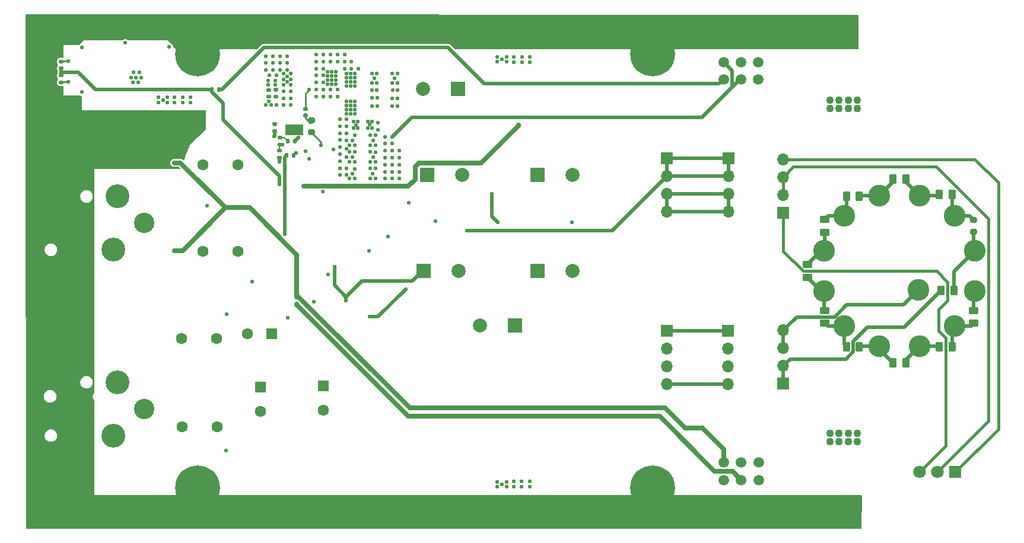
<source format=gbr>
%TF.GenerationSoftware,KiCad,Pcbnew,8.0.1*%
%TF.CreationDate,2024-11-27T15:43:16-06:00*%
%TF.ProjectId,XAmplifier,58416d70-6c69-4666-9965-722e6b696361,rev?*%
%TF.SameCoordinates,Original*%
%TF.FileFunction,Copper,L4,Bot*%
%TF.FilePolarity,Positive*%
%FSLAX46Y46*%
G04 Gerber Fmt 4.6, Leading zero omitted, Abs format (unit mm)*
G04 Created by KiCad (PCBNEW 8.0.1) date 2024-11-27 15:43:16*
%MOMM*%
%LPD*%
G01*
G04 APERTURE LIST*
G04 Aperture macros list*
%AMRoundRect*
0 Rectangle with rounded corners*
0 $1 Rounding radius*
0 $2 $3 $4 $5 $6 $7 $8 $9 X,Y pos of 4 corners*
0 Add a 4 corners polygon primitive as box body*
4,1,4,$2,$3,$4,$5,$6,$7,$8,$9,$2,$3,0*
0 Add four circle primitives for the rounded corners*
1,1,$1+$1,$2,$3*
1,1,$1+$1,$4,$5*
1,1,$1+$1,$6,$7*
1,1,$1+$1,$8,$9*
0 Add four rect primitives between the rounded corners*
20,1,$1+$1,$2,$3,$4,$5,0*
20,1,$1+$1,$4,$5,$6,$7,0*
20,1,$1+$1,$6,$7,$8,$9,0*
20,1,$1+$1,$8,$9,$2,$3,0*%
G04 Aperture macros list end*
%TA.AperFunction,SMDPad,CuDef*%
%ADD10RoundRect,0.135000X-0.135000X-0.185000X0.135000X-0.185000X0.135000X0.185000X-0.135000X0.185000X0*%
%TD*%
%TA.AperFunction,SMDPad,CuDef*%
%ADD11RoundRect,0.135000X0.185000X-0.135000X0.185000X0.135000X-0.185000X0.135000X-0.185000X-0.135000X0*%
%TD*%
%TA.AperFunction,SMDPad,CuDef*%
%ADD12RoundRect,0.200000X-0.275000X0.200000X-0.275000X-0.200000X0.275000X-0.200000X0.275000X0.200000X0*%
%TD*%
%TA.AperFunction,ComponentPad*%
%ADD13C,2.000000*%
%TD*%
%TA.AperFunction,ComponentPad*%
%ADD14R,2.000000X2.000000*%
%TD*%
%TA.AperFunction,ComponentPad*%
%ADD15C,1.600000*%
%TD*%
%TA.AperFunction,ComponentPad*%
%ADD16R,1.600000X1.600000*%
%TD*%
%TA.AperFunction,ComponentPad*%
%ADD17C,1.498600*%
%TD*%
%TA.AperFunction,SMDPad,CuDef*%
%ADD18RoundRect,0.140000X-0.170000X0.140000X-0.170000X-0.140000X0.170000X-0.140000X0.170000X0.140000X0*%
%TD*%
%TA.AperFunction,ComponentPad*%
%ADD19C,6.400000*%
%TD*%
%TA.AperFunction,ComponentPad*%
%ADD20C,1.800000*%
%TD*%
%TA.AperFunction,ComponentPad*%
%ADD21R,1.800000X1.800000*%
%TD*%
%TA.AperFunction,ComponentPad*%
%ADD22C,3.098800*%
%TD*%
%TA.AperFunction,ComponentPad*%
%ADD23O,1.800000X1.000000*%
%TD*%
%TA.AperFunction,ComponentPad*%
%ADD24O,2.100000X1.000000*%
%TD*%
%TA.AperFunction,ComponentPad*%
%ADD25C,2.900000*%
%TD*%
%TA.AperFunction,ComponentPad*%
%ADD26C,3.400000*%
%TD*%
%TA.AperFunction,HeatsinkPad*%
%ADD27C,0.500000*%
%TD*%
%TA.AperFunction,HeatsinkPad*%
%ADD28R,2.500000X1.500000*%
%TD*%
%TA.AperFunction,ComponentPad*%
%ADD29R,1.700000X1.700000*%
%TD*%
%TA.AperFunction,ComponentPad*%
%ADD30O,1.700000X1.700000*%
%TD*%
%TA.AperFunction,SMDPad,CuDef*%
%ADD31RoundRect,0.250000X0.450000X-0.262500X0.450000X0.262500X-0.450000X0.262500X-0.450000X-0.262500X0*%
%TD*%
%TA.AperFunction,SMDPad,CuDef*%
%ADD32RoundRect,0.250000X0.262500X0.450000X-0.262500X0.450000X-0.262500X-0.450000X0.262500X-0.450000X0*%
%TD*%
%TA.AperFunction,SMDPad,CuDef*%
%ADD33RoundRect,0.250000X-0.450000X0.262500X-0.450000X-0.262500X0.450000X-0.262500X0.450000X0.262500X0*%
%TD*%
%TA.AperFunction,SMDPad,CuDef*%
%ADD34RoundRect,0.250000X-0.262500X-0.450000X0.262500X-0.450000X0.262500X0.450000X-0.262500X0.450000X0*%
%TD*%
%TA.AperFunction,SMDPad,CuDef*%
%ADD35RoundRect,0.200000X0.275000X-0.200000X0.275000X0.200000X-0.275000X0.200000X-0.275000X-0.200000X0*%
%TD*%
%TA.AperFunction,SMDPad,CuDef*%
%ADD36RoundRect,0.140000X0.140000X0.170000X-0.140000X0.170000X-0.140000X-0.170000X0.140000X-0.170000X0*%
%TD*%
%TA.AperFunction,SMDPad,CuDef*%
%ADD37RoundRect,0.140000X0.170000X-0.140000X0.170000X0.140000X-0.170000X0.140000X-0.170000X-0.140000X0*%
%TD*%
%TA.AperFunction,SMDPad,CuDef*%
%ADD38RoundRect,0.140000X-0.140000X-0.170000X0.140000X-0.170000X0.140000X0.170000X-0.140000X0.170000X0*%
%TD*%
%TA.AperFunction,ViaPad*%
%ADD39C,0.564200*%
%TD*%
%TA.AperFunction,ViaPad*%
%ADD40C,1.100000*%
%TD*%
%TA.AperFunction,Conductor*%
%ADD41C,0.508000*%
%TD*%
%TA.AperFunction,Conductor*%
%ADD42C,0.254000*%
%TD*%
%TA.AperFunction,Conductor*%
%ADD43C,0.635000*%
%TD*%
%TA.AperFunction,Conductor*%
%ADD44C,0.203200*%
%TD*%
%TA.AperFunction,Conductor*%
%ADD45C,0.381000*%
%TD*%
%TA.AperFunction,Conductor*%
%ADD46C,0.154000*%
%TD*%
G04 APERTURE END LIST*
D10*
%TO.P,R439,1*%
%TO.N,/Hardware & IO Connectors/USB_CC_R*%
X101740000Y-74268000D03*
%TO.P,R439,2*%
%TO.N,/Hardware & IO Connectors/USB_CC_SW*%
X102760000Y-74268000D03*
%TD*%
D11*
%TO.P,R400,1*%
%TO.N,/Phantom Power Management/+48V_PH_R*%
X113899191Y-104933480D03*
%TO.P,R400,2*%
%TO.N,/Input Gating/+48V_PH*%
X113899191Y-103913480D03*
%TD*%
D12*
%TO.P,R443,1*%
%TO.N,/48V Regulator/+48V_SNS*%
X115950000Y-78675000D03*
%TO.P,R443,2*%
%TO.N,/48V Regulator/+48V_G_R*%
X115950000Y-80325000D03*
%TD*%
D13*
%TO.P,C412,2*%
%TO.N,Net-(D413-A)*%
X140000000Y-108000000D03*
D14*
%TO.P,C412,1*%
%TO.N,/Amplifier/RG1*%
X145000000Y-108000000D03*
%TD*%
%TO.P,C401,1*%
%TO.N,/Phantom Power Management/+48V_FLT*%
X132502323Y-86500000D03*
D13*
%TO.P,C401,2*%
%TO.N,/Phantom Power Management/+48V_FLT_N*%
X137502323Y-86500000D03*
%TD*%
%TO.P,C403,2*%
%TO.N,GND*%
X131897677Y-74190000D03*
D14*
%TO.P,C403,1*%
%TO.N,/Phantom Power Management/+48V_PH_SW*%
X136897677Y-74190000D03*
%TD*%
%TO.P,C406,1*%
%TO.N,/Phantom Power Management/+35V_AMP_G*%
X148252323Y-100210000D03*
D13*
%TO.P,C406,2*%
%TO.N,GND*%
X153252323Y-100210000D03*
%TD*%
D15*
%TO.P,C414,2*%
%TO.N,/Amplifier/AMP_OUT_FLT-*%
X108680000Y-120250000D03*
D16*
%TO.P,C414,1*%
%TO.N,/Amplifier/AMP_OUT-*%
X108680000Y-116750000D03*
%TD*%
D17*
%TO.P,SW400,6,C*%
%TO.N,/Input Gating/+48V_PH*%
X174802509Y-127548923D03*
%TO.P,SW400,5,B*%
%TO.N,/Phantom Power Management/+48V_PH_SW*%
X177291709Y-127548923D03*
%TO.P,SW400,4,A*%
%TO.N,Net-(SW400B-A)*%
X179780909Y-127548923D03*
%TO.P,SW400,3,C*%
%TO.N,/Phantom Power Management/+48V_PH_SW_R*%
X174802509Y-130038123D03*
%TO.P,SW400,2,B*%
%TO.N,/Phantom Power Management/+48V_PH_R*%
X177291709Y-130038123D03*
%TO.P,SW400,1,A*%
%TO.N,unconnected-(SW400A-A-Pad1)*%
X179780909Y-130038123D03*
%TD*%
D15*
%TO.P,C407,1*%
%TO.N,/Hardware & IO Connectors/XLR In+*%
X100500000Y-85000000D03*
%TO.P,C407,2*%
%TO.N,/Input Gating/In+_R*%
X105500000Y-85000000D03*
%TD*%
D18*
%TO.P,C424,2*%
%TO.N,GND1*%
X109860000Y-75274274D03*
%TO.P,C424,1*%
%TO.N,+5V_USB*%
X109860000Y-74314274D03*
%TD*%
D19*
%TO.P,MH402,1,1*%
%TO.N,Earth*%
X99680000Y-131200000D03*
%TD*%
%TO.P,MH400,1,1*%
%TO.N,Earth*%
X99680000Y-69200000D03*
%TD*%
D20*
%TO.P,D404,3,A2*%
%TO.N,/Phantom Power Management/PH_LED_GR_R*%
X202800000Y-128860000D03*
%TO.P,D404,2,K*%
%TO.N,/Phantom Power Management/GND_R*%
X205340000Y-128860000D03*
D21*
%TO.P,D404,1,A1*%
%TO.N,/Phantom Power Management/PH_LED_RED_R*%
X207880000Y-128860000D03*
%TD*%
D22*
%TO.P,SW403,A,A*%
%TO.N,/Amplifier/RG2_R*%
X202605418Y-102909437D03*
%TO.P,SW403,12,12*%
%TO.N,Net-(R421-Pad1)*%
X210603878Y-97308737D03*
%TO.P,SW403,11,11*%
%TO.N,Net-(R420-Pad1)*%
X207731138Y-92332877D03*
%TO.P,SW403,10,10*%
%TO.N,Net-(R419-Pad1)*%
X202755278Y-89460137D03*
%TO.P,SW403,9,9*%
%TO.N,Net-(R418-Pad1)*%
X197004718Y-89460137D03*
%TO.P,SW403,8,8*%
%TO.N,Net-(R417-Pad1)*%
X192028858Y-92332877D03*
%TO.P,SW403,7,7*%
%TO.N,Net-(R416-Pad1)*%
X189156118Y-97308737D03*
%TO.P,SW403,6,6*%
%TO.N,Net-(R415-Pad1)*%
X189156118Y-103059297D03*
%TO.P,SW403,5,5*%
%TO.N,Net-(R414-Pad1)*%
X192028858Y-108035157D03*
%TO.P,SW403,4,4*%
%TO.N,Net-(R413-Pad1)*%
X197004718Y-110907897D03*
%TO.P,SW403,3,3*%
%TO.N,Net-(R412-Pad1)*%
X202755278Y-110907897D03*
%TO.P,SW403,2,2*%
%TO.N,Net-(R411-Pad1)*%
X207731138Y-108035157D03*
%TO.P,SW403,1,1*%
%TO.N,Net-(R411-Pad2)*%
X210603878Y-103059297D03*
%TD*%
D13*
%TO.P,C402,2*%
%TO.N,GND*%
X153252323Y-86500000D03*
D14*
%TO.P,C402,1*%
%TO.N,/Phantom Power Management/+48V_PH_G*%
X148252323Y-86500000D03*
%TD*%
D15*
%TO.P,C408,1*%
%TO.N,/Hardware & IO Connectors/XLR In-*%
X100500000Y-97400000D03*
%TO.P,C408,2*%
%TO.N,/Input Gating/In-_R*%
X105500000Y-97400000D03*
%TD*%
%TO.P,C413,2*%
%TO.N,/Amplifier/AMP_OUT_FLT+*%
X117680000Y-120097349D03*
D16*
%TO.P,C413,1*%
%TO.N,/Amplifier/AMP_OUT+*%
X117680000Y-116597349D03*
%TD*%
D15*
%TO.P,C416,1*%
%TO.N,/Amplifier/Line Out+*%
X97460000Y-109830000D03*
%TO.P,C416,2*%
%TO.N,GND*%
X102460000Y-109830000D03*
%TD*%
D18*
%TO.P,C423,2*%
%TO.N,GND1*%
X110870000Y-75270000D03*
%TO.P,C423,1*%
%TO.N,+5V_USB*%
X110870000Y-74310000D03*
%TD*%
D23*
%TO.P,J409,S1,SHIELD*%
%TO.N,Earth*%
X77435000Y-75770000D03*
D24*
X81635000Y-75770000D03*
D23*
X77435000Y-67130000D03*
D24*
X81635000Y-67130000D03*
%TD*%
D17*
%TO.P,SW404,1,A*%
%TO.N,unconnected-(SW404A-A-Pad1)*%
X179768785Y-72839200D03*
%TO.P,SW404,2,B*%
%TO.N,GND1*%
X177279585Y-72839200D03*
%TO.P,SW404,3,C*%
%TO.N,/Hardware & IO Connectors/USB_CC_SW*%
X174790385Y-72839200D03*
%TO.P,SW404,4,A*%
%TO.N,/Hardware & IO Connectors/USB_PWR*%
X179768785Y-70350000D03*
%TO.P,SW404,5,B*%
%TO.N,/Hardware & IO Connectors/USB_SW*%
X177279585Y-70350000D03*
%TO.P,SW404,6,C*%
%TO.N,GND1*%
X174790385Y-70350000D03*
%TD*%
D19*
%TO.P,MH401,1,1*%
%TO.N,Earth*%
X164680000Y-69200000D03*
%TD*%
D25*
%TO.P,J406,G*%
%TO.N,Earth*%
X81960000Y-128140000D03*
%TO.P,J406,3*%
%TO.N,/Amplifier/Line Out-*%
X92130000Y-119890000D03*
D26*
%TO.P,J406,2*%
%TO.N,/Amplifier/Line Out+*%
X88315000Y-116080000D03*
%TO.P,J406,1*%
%TO.N,GND*%
X87680000Y-123700000D03*
%TD*%
D19*
%TO.P,MH403,1,1*%
%TO.N,Earth*%
X164680000Y-131200000D03*
%TD*%
D15*
%TO.P,C415,1*%
%TO.N,/Amplifier/Line Out-*%
X97485000Y-122430000D03*
%TO.P,C415,2*%
%TO.N,GND*%
X102485000Y-122430000D03*
%TD*%
D27*
%TO.P,U401,13,GND*%
%TO.N,GND1*%
X114481101Y-79512999D03*
X113481101Y-79512999D03*
X112481101Y-79512999D03*
D28*
X113481101Y-80012999D03*
D27*
X114481101Y-80512999D03*
X113481101Y-80512999D03*
X112481101Y-80512999D03*
%TD*%
D25*
%TO.P,J407,G*%
%TO.N,Earth*%
X81960000Y-101600000D03*
%TO.P,J407,3*%
%TO.N,/Hardware & IO Connectors/XLR In-*%
X92130000Y-93350000D03*
D26*
%TO.P,J407,2*%
%TO.N,/Hardware & IO Connectors/XLR In+*%
X88315000Y-89540000D03*
%TO.P,J407,1*%
%TO.N,GND*%
X87680000Y-97160000D03*
%TD*%
D14*
%TO.P,C404,1*%
%TO.N,/Amplifier/+35V_AMP*%
X132000000Y-100210000D03*
D13*
%TO.P,C404,2*%
%TO.N,GND*%
X137000000Y-100210000D03*
%TD*%
D15*
%TO.P,C417,2*%
%TO.N,GND*%
X106832651Y-109160000D03*
D16*
%TO.P,C417,1*%
%TO.N,/Amplifier/AMP_OUT-*%
X110332651Y-109160000D03*
%TD*%
D29*
%TO.P,J405,1,Pin_1*%
%TO.N,/Amplifier/RG2*%
X175477804Y-84101463D03*
D30*
%TO.P,J405,2,Pin_2*%
X175477804Y-86641463D03*
%TO.P,J405,3,Pin_3*%
%TO.N,/Amplifier/RG1*%
X175477804Y-89181463D03*
%TO.P,J405,4,Pin_4*%
X175477804Y-91721463D03*
%TD*%
D31*
%TO.P,R411,1*%
%TO.N,Net-(R411-Pad1)*%
X210500000Y-107662500D03*
%TO.P,R411,2*%
%TO.N,Net-(R411-Pad2)*%
X210500000Y-105837500D03*
%TD*%
D32*
%TO.P,R420,1*%
%TO.N,Net-(R420-Pad1)*%
X207412500Y-89250000D03*
%TO.P,R420,2*%
%TO.N,Net-(R419-Pad1)*%
X205587500Y-89250000D03*
%TD*%
D33*
%TO.P,R416,1*%
%TO.N,Net-(R416-Pad1)*%
X186781218Y-99271517D03*
%TO.P,R416,2*%
%TO.N,Net-(R415-Pad1)*%
X186781218Y-101096517D03*
%TD*%
D34*
%TO.P,R413,1*%
%TO.N,Net-(R413-Pad1)*%
X198967498Y-113282797D03*
%TO.P,R413,2*%
%TO.N,Net-(R412-Pad1)*%
X200792498Y-113282797D03*
%TD*%
%TO.P,R414,1*%
%TO.N,Net-(R414-Pad1)*%
X192337500Y-111000000D03*
%TO.P,R414,2*%
%TO.N,Net-(R413-Pad1)*%
X194162500Y-111000000D03*
%TD*%
D30*
%TO.P,J403,4,Pin_4*%
%TO.N,/Amplifier/RG1*%
X166680000Y-91720000D03*
%TO.P,J403,3,Pin_3*%
X166680000Y-89180000D03*
%TO.P,J403,2,Pin_2*%
%TO.N,/Amplifier/RG2*%
X166680000Y-86640000D03*
D29*
%TO.P,J403,1,Pin_1*%
X166680000Y-84100000D03*
%TD*%
D34*
%TO.P,R412,1*%
%TO.N,Net-(R412-Pad1)*%
X205587500Y-111000000D03*
%TO.P,R412,2*%
%TO.N,Net-(R411-Pad1)*%
X207412500Y-111000000D03*
%TD*%
D35*
%TO.P,R421,1*%
%TO.N,Net-(R421-Pad1)*%
X210500000Y-94575000D03*
%TO.P,R421,2*%
%TO.N,Net-(R420-Pad1)*%
X210500000Y-92925000D03*
%TD*%
D29*
%TO.P,J401,1,Pin_1*%
%TO.N,/Phantom Power Management/PH_LED_GR*%
X175380000Y-108700000D03*
D30*
%TO.P,J401,2,Pin_2*%
%TO.N,GND*%
X175380000Y-111240000D03*
%TO.P,J401,3,Pin_3*%
X175380000Y-113780000D03*
%TO.P,J401,4,Pin_4*%
%TO.N,/Phantom Power Management/PH_LED_RED*%
X175380000Y-116320000D03*
%TD*%
D36*
%TO.P,C433,1*%
%TO.N,/48V Regulator/+48V_SS*%
X113410854Y-83685206D03*
%TO.P,C433,2*%
%TO.N,GND1*%
X112450854Y-83685206D03*
%TD*%
D29*
%TO.P,J400,1,Pin_1*%
%TO.N,/Phantom Power Management/PH_LED_GR*%
X166680000Y-108700000D03*
D30*
%TO.P,J400,2,Pin_2*%
%TO.N,GND*%
X166680000Y-111240000D03*
%TO.P,J400,3,Pin_3*%
X166680000Y-113780000D03*
%TO.P,J400,4,Pin_4*%
%TO.N,/Phantom Power Management/PH_LED_RED*%
X166680000Y-116320000D03*
%TD*%
D32*
%TO.P,R418,1*%
%TO.N,Net-(R418-Pad1)*%
X194162500Y-89500000D03*
%TO.P,R418,2*%
%TO.N,Net-(R417-Pad1)*%
X192337500Y-89500000D03*
%TD*%
D18*
%TO.P,C429,1*%
%TO.N,/48V Regulator/+48V_VCC*%
X110697754Y-79214274D03*
%TO.P,C429,2*%
%TO.N,GND1*%
X110697754Y-80174274D03*
%TD*%
D30*
%TO.P,J404,4,Pin_4*%
%TO.N,/Amplifier/RG2_R*%
X183280000Y-108680000D03*
%TO.P,J404,3,Pin_3*%
X183280000Y-111220000D03*
%TO.P,J404,2,Pin_2*%
%TO.N,/Amplifier/RG1_R*%
X183280000Y-113760000D03*
D29*
%TO.P,J404,1,Pin_1*%
X183280000Y-116300000D03*
%TD*%
D30*
%TO.P,J402,4,Pin_4*%
%TO.N,/Phantom Power Management/PH_LED_RED_R*%
X183278435Y-84220112D03*
%TO.P,J402,3,Pin_3*%
%TO.N,/Phantom Power Management/GND_R*%
X183278435Y-86760112D03*
%TO.P,J402,2,Pin_2*%
X183278435Y-89300112D03*
D29*
%TO.P,J402,1,Pin_1*%
%TO.N,/Phantom Power Management/PH_LED_GR_R*%
X183278435Y-91840112D03*
%TD*%
D32*
%TO.P,R422,2*%
%TO.N,/Amplifier/RG1_R*%
X205837500Y-103000000D03*
%TO.P,R422,1*%
%TO.N,Net-(R421-Pad1)*%
X207662500Y-103000000D03*
%TD*%
D18*
%TO.P,C432,1*%
%TO.N,/48V Regulator/+48V_ITH*%
X111397754Y-83014274D03*
%TO.P,C432,2*%
%TO.N,GND1*%
X111397754Y-83974274D03*
%TD*%
D33*
%TO.P,R415,1*%
%TO.N,Net-(R415-Pad1)*%
X189250000Y-105837500D03*
%TO.P,R415,2*%
%TO.N,Net-(R414-Pad1)*%
X189250000Y-107662500D03*
%TD*%
D11*
%TO.P,R445,1*%
%TO.N,/48V Regulator/+48V_ITH*%
X111497754Y-82104274D03*
%TO.P,R445,2*%
%TO.N,/48V Regulator/+48V_ITH_R*%
X111497754Y-81084274D03*
%TD*%
D37*
%TO.P,R435,1*%
%TO.N,/Hardware & IO Connectors/USB_CC2*%
X80250000Y-73230000D03*
%TO.P,R435,2*%
%TO.N,/Hardware & IO Connectors/USB_CC_R*%
X80250000Y-72270000D03*
%TD*%
D33*
%TO.P,R417,1*%
%TO.N,Net-(R417-Pad1)*%
X189250000Y-92837500D03*
%TO.P,R417,2*%
%TO.N,Net-(R416-Pad1)*%
X189250000Y-94662500D03*
%TD*%
D38*
%TO.P,C434,1*%
%TO.N,/48V Regulator/+48V_ITH_R*%
X112617754Y-81594274D03*
%TO.P,C434,2*%
%TO.N,GND1*%
X113577754Y-81594274D03*
%TD*%
D37*
%TO.P,C431,2*%
%TO.N,GND1*%
X115100000Y-77020000D03*
%TO.P,C431,1*%
%TO.N,/48V Regulator/+48V_SNS*%
X115100000Y-77980000D03*
%TD*%
D32*
%TO.P,R419,1*%
%TO.N,Net-(R419-Pad1)*%
X200792498Y-87085237D03*
%TO.P,R419,2*%
%TO.N,Net-(R418-Pad1)*%
X198967498Y-87085237D03*
%TD*%
D18*
%TO.P,R436,1*%
%TO.N,/Hardware & IO Connectors/USB_CC1*%
X80250000Y-70270000D03*
%TO.P,R436,2*%
%TO.N,/Hardware & IO Connectors/USB_CC_R*%
X80250000Y-71230000D03*
%TD*%
D39*
%TO.N,/48V Regulator/+48V_SW*%
X119680000Y-75268000D03*
X118680000Y-75268000D03*
X119680000Y-74268000D03*
X118680000Y-74268000D03*
X117680000Y-71268000D03*
X117680000Y-72268000D03*
X117680000Y-73268000D03*
X117680000Y-74268000D03*
X117680000Y-75268000D03*
X116680000Y-75268000D03*
X116680000Y-74268000D03*
X116680000Y-73268000D03*
X116680000Y-72268000D03*
X116680000Y-71268000D03*
X119680000Y-70268000D03*
X118680000Y-70268000D03*
X117680000Y-70268000D03*
X116680000Y-70268000D03*
X116680000Y-69268000D03*
X117680000Y-69268000D03*
X118680000Y-69268000D03*
X119680000Y-69268000D03*
X120680000Y-69268000D03*
X120680000Y-70268000D03*
X121680000Y-70268000D03*
X121680000Y-71268000D03*
X120680000Y-71268000D03*
X122680000Y-71268000D03*
X119430000Y-71718000D03*
X119430000Y-72918000D03*
X118230000Y-72318000D03*
X118830000Y-72318000D03*
X118230000Y-71718000D03*
X118230000Y-72918000D03*
X118830000Y-71718000D03*
X118830000Y-72918000D03*
X118230000Y-73518000D03*
X118830000Y-73518000D03*
X119430000Y-72318000D03*
X119430000Y-73518000D03*
X122180000Y-71968000D03*
X122180000Y-73168000D03*
X120980000Y-72568000D03*
X121580000Y-72568000D03*
X120980000Y-71968000D03*
X120980000Y-73168000D03*
X121580000Y-71968000D03*
X121580000Y-73168000D03*
X120980000Y-73768000D03*
X121580000Y-73768000D03*
X122180000Y-72568000D03*
X122180000Y-73768000D03*
%TO.N,+48V*%
X122180000Y-75968000D03*
X122180000Y-77168000D03*
X120980000Y-76568000D03*
X121580000Y-76568000D03*
X120980000Y-75968000D03*
X120980000Y-77168000D03*
X121580000Y-75968000D03*
X121580000Y-77168000D03*
X120980000Y-77768000D03*
X121580000Y-77768000D03*
X122180000Y-76568000D03*
X122180000Y-77768000D03*
%TO.N,GND1*%
X109880000Y-75950000D03*
X110870000Y-75270000D03*
X109860000Y-75274274D03*
%TO.N,+5V_USB*%
X110500000Y-71500000D03*
X109500000Y-71500000D03*
X111500000Y-71500000D03*
X111000000Y-72200000D03*
X110000000Y-72200000D03*
%TO.N,GND1*%
X112200000Y-94950000D03*
%TO.N,/Hardware & IO Connectors/USB_CC_R*%
X111400000Y-87800000D03*
%TO.N,GND1*%
X119150000Y-82800000D03*
X115680000Y-74268000D03*
%TO.N,/48V Regulator/+48V_SNS*%
X115100000Y-77950000D03*
%TO.N,/48V Regulator/+48V_G_R*%
X117368500Y-82206500D03*
D40*
%TO.N,*%
X193880000Y-76984000D03*
X192580000Y-123384000D03*
X189980000Y-123384000D03*
X191280000Y-123384000D03*
X191280000Y-124584000D03*
X193880000Y-75784000D03*
X192580000Y-75784000D03*
X189980000Y-124584000D03*
X192580000Y-124584000D03*
X192580000Y-76984000D03*
X193880000Y-124584000D03*
X189980000Y-76984000D03*
X189980000Y-75784000D03*
X191280000Y-75784000D03*
X191280000Y-76984000D03*
X193880000Y-123384000D03*
D39*
%TO.N,GND*%
X107550000Y-101700000D03*
X145988293Y-130250051D03*
X147145636Y-69603099D03*
X143841974Y-70318078D03*
X112614167Y-106867295D03*
X143167826Y-130674749D03*
X127871604Y-72680000D03*
X127528775Y-76636408D03*
X147119117Y-130255168D03*
X128250251Y-73319606D03*
X145988293Y-131017578D03*
X143817666Y-131032929D03*
X101092314Y-90894703D03*
X103870624Y-106316043D03*
X142501359Y-69591485D03*
X117564006Y-88801930D03*
X128296302Y-75500467D03*
X153130000Y-93240000D03*
X143176783Y-69959899D03*
X146014812Y-70365509D03*
X126895000Y-95275000D03*
X124200000Y-97275000D03*
X142491126Y-70302727D03*
X144858404Y-69618449D03*
X133687274Y-93073473D03*
X127513424Y-71989226D03*
X128240017Y-71989226D03*
X128291185Y-76631291D03*
X127539008Y-74338942D03*
X116350000Y-104550000D03*
X127513424Y-73329840D03*
X142477052Y-130306336D03*
X144826768Y-131007345D03*
X127528775Y-75500467D03*
X143807432Y-130296102D03*
X103800000Y-125800000D03*
X142477052Y-131032929D03*
X144831885Y-130270518D03*
X144853287Y-70355276D03*
X128275835Y-74344059D03*
X147150753Y-70365509D03*
X118379836Y-100645918D03*
X147124234Y-131017578D03*
X143831740Y-69591485D03*
X129886646Y-90401865D03*
X146014812Y-69597982D03*
%TO.N,+48V*%
X122600000Y-78800000D03*
X120000000Y-86500000D03*
X122200000Y-83200000D03*
X120972754Y-81519274D03*
X121400000Y-82200000D03*
X121000000Y-79500000D03*
X122200000Y-80800000D03*
X120000000Y-80500000D03*
X121795326Y-86272964D03*
X120972754Y-82744274D03*
X122600000Y-79800000D03*
X121790209Y-81519411D03*
X121400000Y-87000000D03*
X121000000Y-78500000D03*
X120000000Y-79500000D03*
X120000000Y-81500000D03*
X120000000Y-82500000D03*
X121000000Y-86500000D03*
X120972754Y-83894274D03*
X121400000Y-83200000D03*
X120000000Y-78500000D03*
X122200000Y-87000000D03*
X122200000Y-85600000D03*
X122307010Y-79308932D03*
X122000000Y-78800000D03*
X121779975Y-83939681D03*
X122000000Y-79800000D03*
X121000000Y-80500000D03*
X120000000Y-83500000D03*
X120000000Y-84500000D03*
X120000000Y-85500000D03*
X121400000Y-84600000D03*
X122200000Y-84600000D03*
X121000000Y-85500000D03*
X122200000Y-82200000D03*
%TO.N,/Phantom Power Management/+35V_AMP_G*%
X141690000Y-89160000D03*
X142542500Y-93250000D03*
%TO.N,/Phantom Power Management/+48V_PH_SW*%
X145517500Y-79382500D03*
X114850000Y-88100000D03*
%TO.N,+5V_USB*%
X109800000Y-73000000D03*
X90562371Y-71849283D03*
X112500000Y-69500000D03*
X90943271Y-72569298D03*
X109800000Y-73600000D03*
X90255000Y-72545000D03*
X112475060Y-72394076D03*
X112500000Y-70500000D03*
X113000000Y-72000000D03*
X110500000Y-69500000D03*
X112000000Y-73600000D03*
X113000000Y-76500000D03*
X110500000Y-70500000D03*
X112000000Y-74500000D03*
X112000000Y-72000000D03*
X112493695Y-73186075D03*
X109500000Y-69500000D03*
X111500000Y-69500000D03*
X111500000Y-70500000D03*
X113000000Y-72800000D03*
X109860000Y-74314274D03*
X91250000Y-73250000D03*
X110883460Y-74315084D03*
X91388534Y-71836860D03*
X91647250Y-72569677D03*
X110800000Y-73000000D03*
X113000000Y-74500000D03*
X112000000Y-76500000D03*
X112500000Y-71500000D03*
X113000000Y-73600000D03*
X110800000Y-73600000D03*
X112000000Y-72800000D03*
X109500000Y-70500000D03*
X112000000Y-75500000D03*
X113000000Y-75500000D03*
X90500000Y-73250000D03*
%TO.N,/48V Regulator/+48V_VCC*%
X110697754Y-79284274D03*
%TO.N,/48V Regulator/+48V_ITH*%
X111856101Y-82162999D03*
%TO.N,/Input Gating/+48V_PH*%
X96400000Y-84737500D03*
X113900000Y-97870000D03*
X96400000Y-97262500D03*
X171750000Y-122600000D03*
%TO.N,/Amplifier/+35V_AMP*%
X119289688Y-99600000D03*
X120930000Y-104400000D03*
%TO.N,/Amplifier/RG2*%
X129400000Y-102800000D03*
X138200000Y-94450000D03*
X124295000Y-106725000D03*
%TO.N,/Hardware & IO Connectors/USB_CC1*%
X81250000Y-70200000D03*
%TO.N,/Hardware & IO Connectors/USB_CC2*%
X81250000Y-73200000D03*
%TO.N,/48V Regulator/+48V_SS*%
X113800000Y-83300000D03*
%TO.N,GND1*%
X94098993Y-76116576D03*
X124365067Y-82203985D03*
X126500000Y-85000000D03*
X83250000Y-68250000D03*
X98741058Y-75338815D03*
X125323413Y-71999459D03*
X109500000Y-76500000D03*
X124365067Y-86967772D03*
X111000000Y-76500000D03*
X126500000Y-87000000D03*
X125127478Y-86962655D03*
X94098993Y-75389983D03*
X125323413Y-73329840D03*
X126500000Y-82000000D03*
X124292348Y-79303815D03*
X128500000Y-87000000D03*
X110250000Y-76500000D03*
X124954999Y-72674883D03*
X124769298Y-81513211D03*
X127500000Y-83000000D03*
X124576353Y-76626174D03*
X124753948Y-83902779D03*
X98746175Y-76101225D03*
X124375301Y-84588437D03*
X112200000Y-84600000D03*
X95429373Y-75379749D03*
X124596820Y-73340074D03*
X125132595Y-83206888D03*
X95439607Y-76116576D03*
X128500000Y-83000000D03*
X128500000Y-84000000D03*
X96448709Y-76090992D03*
X128500000Y-85000000D03*
X96453826Y-75354165D03*
X126500000Y-81000000D03*
X124375301Y-83196654D03*
X126500000Y-86000000D03*
X128500000Y-86000000D03*
X124000000Y-78800000D03*
X95695000Y-68195000D03*
X124370184Y-80822436D03*
X114103965Y-81096283D03*
X124000000Y-79800000D03*
X124738597Y-86282114D03*
X125323413Y-74333825D03*
X125122361Y-84588437D03*
X97610234Y-76101225D03*
X124612171Y-71989226D03*
X127500000Y-86000000D03*
X124576353Y-75490233D03*
X115600000Y-84200000D03*
X94789767Y-75758396D03*
X83248892Y-74631436D03*
X97610234Y-75333698D03*
X125425000Y-79000000D03*
X124370184Y-85570872D03*
X127500000Y-81000000D03*
X125343880Y-75490233D03*
X124586586Y-74328708D03*
X89400000Y-67600000D03*
X125500000Y-80000000D03*
X127500000Y-84000000D03*
X126500000Y-84000000D03*
X126500000Y-83000000D03*
X124600000Y-79800000D03*
X127500000Y-85000000D03*
X125122361Y-85565755D03*
X115100000Y-83050000D03*
X127500000Y-82000000D03*
X111400000Y-84600000D03*
X124600000Y-78800000D03*
X125338763Y-76621057D03*
X127500000Y-87000000D03*
X125132595Y-80827553D03*
X125127478Y-82214219D03*
X110682402Y-80972978D03*
%TO.N,Earth*%
X147114000Y-133970000D03*
X94784650Y-78675001D03*
X97600000Y-79053647D03*
X75973338Y-113319234D03*
X143821506Y-66664647D03*
X146025046Y-67413087D03*
X98730824Y-78291237D03*
X96443592Y-78306587D03*
X96438475Y-79043414D03*
X95449841Y-79033180D03*
X98735941Y-79053647D03*
X142491126Y-66674881D03*
X146025046Y-66645560D03*
X94109226Y-78306587D03*
X147155870Y-66650677D03*
X143162709Y-133591354D03*
X143827900Y-133949533D03*
X95439607Y-78306587D03*
X147108883Y-133207590D03*
X145978059Y-133970000D03*
X143181900Y-67043294D03*
X144863521Y-67402854D03*
X94098993Y-79017829D03*
X144868638Y-66666027D03*
X142487285Y-133222940D03*
X144821651Y-133222940D03*
X142491126Y-67401474D03*
X142477052Y-133934182D03*
X145978059Y-133202473D03*
X144816534Y-133959767D03*
X97600000Y-78286120D03*
X147160987Y-67413087D03*
X143817666Y-133222940D03*
X143831740Y-67401474D03*
%TD*%
D41*
%TO.N,/Hardware & IO Connectors/USB_CC_SW*%
X140640000Y-73450000D02*
X135450000Y-68260000D01*
X103180000Y-74268000D02*
X102760000Y-74268000D01*
X174179585Y-73450000D02*
X140640000Y-73450000D01*
X174790385Y-72839200D02*
X174179585Y-73450000D01*
X135450000Y-68260000D02*
X109188000Y-68260000D01*
X109188000Y-68260000D02*
X103180000Y-74268000D01*
%TO.N,/Hardware & IO Connectors/USB_CC_R*%
X82675000Y-71775000D02*
X80285000Y-71775000D01*
X101740000Y-74268000D02*
X85168000Y-74268000D01*
X101740000Y-74578000D02*
X101740000Y-74268000D01*
X103400000Y-78600000D02*
X103400000Y-76238000D01*
X111400000Y-86600000D02*
X103400000Y-78600000D01*
X103400000Y-76238000D02*
X101740000Y-74578000D01*
X111400000Y-87800000D02*
X111400000Y-86600000D01*
X85168000Y-74268000D02*
X82675000Y-71775000D01*
D42*
%TO.N,GND1*%
X115100000Y-74848000D02*
X115100000Y-77020000D01*
X115680000Y-74268000D02*
X115100000Y-74848000D01*
%TO.N,/48V Regulator/+48V_G_R*%
X117368500Y-82206500D02*
X117368500Y-81762500D01*
X117368500Y-81762500D02*
X115950000Y-80344000D01*
D43*
%TO.N,/Phantom Power Management/+48V_PH_SW*%
X129770000Y-88100000D02*
X114850000Y-88100000D01*
X130770000Y-85294000D02*
X130770000Y-87100000D01*
X131296000Y-84768000D02*
X130770000Y-85294000D01*
X140182000Y-84768000D02*
X131296000Y-84768000D01*
X130770000Y-87100000D02*
X129770000Y-88100000D01*
X145517500Y-79382500D02*
X145517500Y-79432500D01*
X145517500Y-79432500D02*
X140182000Y-84768000D01*
%TO.N,/Input Gating/+48V_PH*%
X169310000Y-122600000D02*
X171750000Y-122600000D01*
X166460000Y-119750000D02*
X169310000Y-122600000D01*
X113900000Y-103620000D02*
X130030000Y-119750000D01*
X113900000Y-97870000D02*
X113900000Y-103620000D01*
X130030000Y-119750000D02*
X166460000Y-119750000D01*
%TO.N,/Phantom Power Management/+48V_PH_R*%
X129795000Y-120935000D02*
X113899191Y-105039191D01*
X165635000Y-120935000D02*
X129795000Y-120935000D01*
X173505094Y-128805094D02*
X165635000Y-120935000D01*
X176058680Y-128805094D02*
X173505094Y-128805094D01*
X177291709Y-130038123D02*
X176058680Y-128805094D01*
X113899191Y-105039191D02*
X113899191Y-104933480D01*
D41*
%TO.N,/Amplifier/+35V_AMP*%
X123193567Y-101600000D02*
X130400000Y-101600000D01*
X130400000Y-101600000D02*
X132000000Y-100000000D01*
X120930000Y-103870000D02*
X120930000Y-103863567D01*
X120930000Y-103863567D02*
X123193567Y-101600000D01*
D43*
%TO.N,/Input Gating/+48V_PH*%
X171750000Y-122600000D02*
X174802509Y-125652509D01*
X174802509Y-125652509D02*
X174802509Y-127548923D01*
X113900000Y-97870000D02*
X113900000Y-103890000D01*
X107200000Y-91150000D02*
X103700000Y-91150000D01*
X113900000Y-97850000D02*
X107200000Y-91150000D01*
X113900000Y-97870000D02*
X113900000Y-97850000D01*
X97590248Y-97262500D02*
X103700000Y-91152748D01*
X96400000Y-97262500D02*
X97590248Y-97262500D01*
X103700000Y-91152748D02*
X103700000Y-91150000D01*
D41*
%TO.N,/Amplifier/+35V_AMP*%
X120930000Y-104400000D02*
X120930000Y-103870000D01*
%TO.N,GND1*%
X112200000Y-94950000D02*
X112200000Y-84600000D01*
D44*
%TO.N,/48V Regulator/+48V_SS*%
X113800000Y-83300000D02*
X113772028Y-83300000D01*
X113772028Y-83300000D02*
X113377754Y-83694274D01*
D41*
%TO.N,GND1*%
X110697754Y-80957626D02*
X110697754Y-80174274D01*
X110682402Y-80972978D02*
X110697754Y-80957626D01*
D42*
%TO.N,/48V Regulator/+48V_SNS*%
X115100000Y-77950000D02*
X115100000Y-77980000D01*
X115100000Y-78350000D02*
X115100000Y-77950000D01*
X115740000Y-78990000D02*
X115100000Y-78350000D01*
X115950000Y-78990000D02*
X115740000Y-78990000D01*
D41*
X115683474Y-78633474D02*
X115877754Y-78633474D01*
%TO.N,GND1*%
X113481101Y-79512999D02*
X113479344Y-79511242D01*
D45*
%TO.N,/Phantom Power Management/GND_R*%
X205150000Y-85300000D02*
X212600000Y-92750000D01*
X184738547Y-85300000D02*
X205150000Y-85300000D01*
X183278435Y-86760112D02*
X184738547Y-85300000D01*
X212600000Y-92750000D02*
X212600000Y-121600000D01*
X212600000Y-121600000D02*
X205340000Y-128860000D01*
X183278435Y-89300112D02*
X183278435Y-86760112D01*
D41*
%TO.N,/Phantom Power Management/+35V_AMP_G*%
X141690000Y-92397500D02*
X142542500Y-93250000D01*
X141690000Y-89160000D02*
X141690000Y-92397500D01*
D46*
%TO.N,/48V Regulator/+48V_ITH*%
X111797376Y-82104274D02*
X111856101Y-82162999D01*
X111497754Y-82104274D02*
X111797376Y-82104274D01*
X111397754Y-83014274D02*
X111397754Y-82204274D01*
D45*
%TO.N,/Phantom Power Management/PH_LED_GR_R*%
X205500000Y-108747917D02*
X205500000Y-105700000D01*
D41*
%TO.N,/Phantom Power Management/PH_LED_GR*%
X166680000Y-108700000D02*
X175380000Y-108700000D01*
D45*
%TO.N,/Phantom Power Management/PH_LED_GR_R*%
X205200000Y-100200000D02*
X186136089Y-100200000D01*
X183278435Y-91840112D02*
X183278435Y-97342346D01*
X206492175Y-125167825D02*
X206492175Y-109740092D01*
X206750000Y-101750000D02*
X205200000Y-100200000D01*
X205500000Y-105700000D02*
X206750000Y-104450000D01*
X206492175Y-125167825D02*
X202800000Y-128860000D01*
X186136089Y-100200000D02*
X183278435Y-97342346D01*
X206492175Y-109740092D02*
X205500000Y-108747917D01*
X206750000Y-104450000D02*
X206750000Y-101750000D01*
D43*
%TO.N,/Input Gating/+48V_PH*%
X103700000Y-91150000D02*
X97287500Y-84737500D01*
X97287500Y-84737500D02*
X96400000Y-84737500D01*
D41*
%TO.N,Net-(R411-Pad2)*%
X210500000Y-105837500D02*
X210500000Y-103163175D01*
%TO.N,Net-(R411-Pad1)*%
X207731138Y-108035157D02*
X210127343Y-108035157D01*
X210127343Y-108035157D02*
X210500000Y-107662500D01*
X207412500Y-111000000D02*
X207412500Y-108353795D01*
%TO.N,Net-(R412-Pad1)*%
X200792498Y-112870677D02*
X202755278Y-110907897D01*
X202755278Y-110907897D02*
X205495397Y-110907897D01*
%TO.N,Net-(R413-Pad1)*%
X194254603Y-110907897D02*
X197004718Y-110907897D01*
X197004718Y-111320017D02*
X198967498Y-113282797D01*
%TO.N,Net-(R414-Pad1)*%
X189250000Y-107662500D02*
X189622657Y-108035157D01*
X192028858Y-110691358D02*
X192337500Y-111000000D01*
X192028858Y-108035157D02*
X192028858Y-110691358D01*
X189622657Y-108035157D02*
X192028858Y-108035157D01*
%TO.N,Net-(R415-Pad1)*%
X188743998Y-103059297D02*
X186781218Y-101096517D01*
X189156118Y-103059297D02*
X189156118Y-105743618D01*
%TO.N,Net-(R416-Pad1)*%
X189250000Y-94662500D02*
X189250000Y-97214855D01*
X188743998Y-97308737D02*
X186781218Y-99271517D01*
%TO.N,Net-(R417-Pad1)*%
X192337500Y-89500000D02*
X192337500Y-92024235D01*
X189754623Y-92332877D02*
X189250000Y-92837500D01*
X192028858Y-92332877D02*
X189754623Y-92332877D01*
%TO.N,Net-(R418-Pad1)*%
X198967498Y-87497357D02*
X197004718Y-89460137D01*
X197004718Y-89460137D02*
X194202363Y-89460137D01*
%TO.N,Net-(R419-Pad1)*%
X202755278Y-89460137D02*
X205377363Y-89460137D01*
X200792498Y-87497357D02*
X202755278Y-89460137D01*
%TO.N,Net-(R420-Pad1)*%
X210500000Y-92925000D02*
X209907877Y-92332877D01*
X207412500Y-89250000D02*
X207412500Y-92014239D01*
X209907877Y-92332877D02*
X207731138Y-92332877D01*
%TO.N,Net-(R421-Pad1)*%
X207662500Y-100250115D02*
X210603878Y-97308737D01*
X207662500Y-103000000D02*
X207662500Y-100250115D01*
X210500000Y-94575000D02*
X210500000Y-97204859D01*
%TO.N,/Amplifier/+35V_AMP*%
X119289688Y-99600000D02*
X119289688Y-102229688D01*
X119289688Y-102229688D02*
X120930000Y-103870000D01*
%TO.N,/Amplifier/RG1_R*%
X192253112Y-112750000D02*
X184290000Y-112750000D01*
X205837500Y-103000000D02*
X200587500Y-108250000D01*
%TO.N,/Amplifier/RG1*%
X166680000Y-91720000D02*
X166680000Y-89180000D01*
%TO.N,/Amplifier/RG1_R*%
X195338888Y-108250000D02*
X193296000Y-110292888D01*
X193296000Y-110292888D02*
X193296000Y-111707112D01*
%TO.N,/Amplifier/RG1*%
X166680000Y-89180000D02*
X175476341Y-89180000D01*
%TO.N,/Amplifier/RG1_R*%
X193296000Y-111707112D02*
X192253112Y-112750000D01*
%TO.N,/Amplifier/RG1*%
X175477804Y-89181463D02*
X175477804Y-91721463D01*
%TO.N,/Amplifier/RG1_R*%
X184290000Y-112750000D02*
X183280000Y-113760000D01*
%TO.N,/Amplifier/RG1*%
X175477804Y-91721463D02*
X166681463Y-91721463D01*
%TO.N,/Amplifier/RG1_R*%
X183280000Y-116300000D02*
X183280000Y-113760000D01*
X200587500Y-108250000D02*
X195338888Y-108250000D01*
%TO.N,/Amplifier/RG2*%
X158870000Y-94450000D02*
X166680000Y-86640000D01*
%TO.N,/Amplifier/RG2_R*%
X185210000Y-106750000D02*
X190622200Y-106750000D01*
X192372200Y-105000000D02*
X200514855Y-105000000D01*
%TO.N,/Amplifier/RG2*%
X166680000Y-84100000D02*
X175476341Y-84100000D01*
X138200000Y-94450000D02*
X158870000Y-94450000D01*
%TO.N,/Amplifier/RG2_R*%
X190622200Y-106750000D02*
X192372200Y-105000000D01*
X183280000Y-111220000D02*
X183280000Y-108680000D01*
X183280000Y-108680000D02*
X185210000Y-106750000D01*
%TO.N,/Amplifier/RG2*%
X166680000Y-86640000D02*
X166680000Y-84100000D01*
%TO.N,/Amplifier/RG2_R*%
X200514855Y-105000000D02*
X202605418Y-102909437D01*
%TO.N,/Amplifier/RG2*%
X129400000Y-102800000D02*
X125475000Y-106725000D01*
X175477804Y-84101463D02*
X175477804Y-86641463D01*
X175477804Y-86641463D02*
X166681463Y-86641463D01*
X125475000Y-106725000D02*
X124295000Y-106725000D01*
D42*
%TO.N,/Hardware & IO Connectors/USB_CC1*%
X81250000Y-70200000D02*
X80320000Y-70200000D01*
%TO.N,/Hardware & IO Connectors/USB_CC2*%
X81250000Y-73200000D02*
X80280000Y-73200000D01*
D46*
%TO.N,/48V Regulator/+48V_ITH_R*%
X112107754Y-81084274D02*
X112617754Y-81594274D01*
X111497754Y-81084274D02*
X112107754Y-81084274D01*
D41*
%TO.N,GND1*%
X112200000Y-83936060D02*
X112200000Y-84600000D01*
X176000000Y-73910000D02*
X171660000Y-78250000D01*
X177070800Y-72839200D02*
X176000000Y-73910000D01*
X171660000Y-78250000D02*
X130250000Y-78250000D01*
X174830000Y-70350000D02*
X176000000Y-71520000D01*
X111397754Y-83974274D02*
X111397754Y-84597754D01*
X112450854Y-83685206D02*
X112200000Y-83936060D01*
X113605974Y-81594274D02*
X114103965Y-81096283D01*
X176000000Y-71520000D02*
X176000000Y-73910000D01*
X111397754Y-84597754D02*
X111400000Y-84600000D01*
X130250000Y-78250000D02*
X127500000Y-81000000D01*
X174790385Y-70350000D02*
X174830000Y-70350000D01*
X177279585Y-72839200D02*
X177070800Y-72839200D01*
%TO.N,/Hardware & IO Connectors/USB_CC_R*%
X80250000Y-72270000D02*
X80250000Y-71230000D01*
D45*
%TO.N,/Phantom Power Management/PH_LED_RED_R*%
X210670112Y-84220112D02*
X214000000Y-87550000D01*
X214000000Y-87550000D02*
X214000000Y-122740000D01*
D41*
%TO.N,/Phantom Power Management/PH_LED_RED*%
X166680000Y-116320000D02*
X175380000Y-116320000D01*
D45*
%TO.N,/Phantom Power Management/PH_LED_RED_R*%
X214000000Y-122740000D02*
X207880000Y-128860000D01*
X183278435Y-84220112D02*
X210670112Y-84220112D01*
%TD*%
%TA.AperFunction,Conductor*%
%TO.N,Earth*%
G36*
X193937555Y-63599947D02*
G01*
X193981732Y-63618290D01*
X194000001Y-63662446D01*
X194000098Y-68464084D01*
X193981793Y-68508278D01*
X193937599Y-68526585D01*
X193937560Y-68526585D01*
X136426991Y-68492013D01*
X136382835Y-68473707D01*
X135762232Y-67853103D01*
X135762223Y-67853096D01*
X135646279Y-67786155D01*
X135646270Y-67786151D01*
X135516951Y-67751501D01*
X135516946Y-67751500D01*
X135516945Y-67751500D01*
X109254945Y-67751500D01*
X109121055Y-67751500D01*
X109121054Y-67751500D01*
X109121048Y-67751501D01*
X108991729Y-67786151D01*
X108991720Y-67786155D01*
X108875776Y-67853096D01*
X108875767Y-67853103D01*
X108272115Y-68456755D01*
X108227921Y-68475061D01*
X108227883Y-68475061D01*
X96509186Y-68468017D01*
X96465003Y-68449685D01*
X96461209Y-68445527D01*
X96244773Y-68185787D01*
X96230823Y-68153935D01*
X96217788Y-68054919D01*
X96163719Y-67924385D01*
X96077707Y-67812293D01*
X95965615Y-67726281D01*
X95965611Y-67726279D01*
X95835085Y-67672213D01*
X95831128Y-67671153D01*
X95831744Y-67668850D01*
X95798934Y-67650745D01*
X95480000Y-67268000D01*
X89852438Y-67268000D01*
X89808244Y-67249694D01*
X89802853Y-67243548D01*
X89782707Y-67217293D01*
X89670615Y-67131281D01*
X89670611Y-67131279D01*
X89540084Y-67077213D01*
X89540074Y-67077210D01*
X89400002Y-67058770D01*
X89399998Y-67058770D01*
X89259925Y-67077210D01*
X89259915Y-67077213D01*
X89129388Y-67131279D01*
X89017293Y-67217293D01*
X88997147Y-67243548D01*
X88955720Y-67267465D01*
X88947562Y-67268000D01*
X83480002Y-67268000D01*
X83480000Y-67268000D01*
X83479999Y-67268000D01*
X83479998Y-67268001D01*
X82788620Y-67931589D01*
X82745370Y-67948998D01*
X80550000Y-67950000D01*
X80549999Y-67950001D01*
X80551198Y-69678141D01*
X80532923Y-69722348D01*
X80488741Y-69740684D01*
X80478921Y-69739915D01*
X80458741Y-69736719D01*
X80451045Y-69735500D01*
X80451044Y-69735500D01*
X80048959Y-69735500D01*
X80048954Y-69735501D01*
X79956572Y-69750132D01*
X79956571Y-69750132D01*
X79845228Y-69806865D01*
X79756865Y-69895228D01*
X79700131Y-70006574D01*
X79700130Y-70006576D01*
X79685501Y-70098941D01*
X79685500Y-70098957D01*
X79685500Y-70441040D01*
X79685501Y-70441045D01*
X79700132Y-70533427D01*
X79700132Y-70533428D01*
X79756865Y-70644771D01*
X79817900Y-70705806D01*
X79836206Y-70750000D01*
X79817900Y-70794194D01*
X79756865Y-70855228D01*
X79700131Y-70966574D01*
X79700130Y-70966576D01*
X79685501Y-71058941D01*
X79685500Y-71058957D01*
X79685500Y-71401040D01*
X79685501Y-71401045D01*
X79700132Y-71493427D01*
X79700132Y-71493428D01*
X79734688Y-71561245D01*
X79741500Y-71589620D01*
X79741500Y-71910379D01*
X79734688Y-71938754D01*
X79700131Y-72006574D01*
X79700130Y-72006576D01*
X79685501Y-72098941D01*
X79685500Y-72098957D01*
X79685500Y-72441040D01*
X79685501Y-72441045D01*
X79700132Y-72533427D01*
X79700132Y-72533428D01*
X79756865Y-72644771D01*
X79817900Y-72705806D01*
X79836206Y-72750000D01*
X79817900Y-72794194D01*
X79756865Y-72855228D01*
X79700131Y-72966574D01*
X79700130Y-72966576D01*
X79685501Y-73058941D01*
X79685500Y-73058957D01*
X79685500Y-73401040D01*
X79685501Y-73401045D01*
X79700132Y-73493427D01*
X79700132Y-73493428D01*
X79734233Y-73560354D01*
X79756865Y-73604771D01*
X79845229Y-73693135D01*
X79956573Y-73749868D01*
X79956574Y-73749868D01*
X79956576Y-73749869D01*
X80048941Y-73764498D01*
X80048943Y-73764498D01*
X80048955Y-73764500D01*
X80451044Y-73764499D01*
X80481794Y-73759629D01*
X80528308Y-73770795D01*
X80553302Y-73811581D01*
X80554072Y-73821316D01*
X80554963Y-75105200D01*
X80554963Y-75105201D01*
X82959120Y-75102597D01*
X82996752Y-75115145D01*
X83175066Y-75249248D01*
X83199383Y-75290442D01*
X83200000Y-75299199D01*
X83200000Y-77200000D01*
X100864015Y-77200266D01*
X100908209Y-77218572D01*
X100926514Y-77262686D01*
X100929964Y-79972052D01*
X100911714Y-80016270D01*
X100909194Y-80018660D01*
X98680001Y-82017998D01*
X98679998Y-82018003D01*
X97950000Y-83799996D01*
X97830867Y-84336095D01*
X97803410Y-84375266D01*
X97756297Y-84383549D01*
X97725661Y-84366731D01*
X97638721Y-84279790D01*
X97638715Y-84279785D01*
X97619655Y-84268780D01*
X97619655Y-84268781D01*
X97508283Y-84204480D01*
X97508280Y-84204479D01*
X97362811Y-84165501D01*
X97362806Y-84165500D01*
X97362805Y-84165500D01*
X96324695Y-84165500D01*
X96324694Y-84165500D01*
X96324688Y-84165501D01*
X96179219Y-84204479D01*
X96179216Y-84204480D01*
X96048782Y-84279787D01*
X96048778Y-84279790D01*
X95942290Y-84386278D01*
X95942287Y-84386282D01*
X95866980Y-84516716D01*
X95866979Y-84516719D01*
X95828001Y-84662188D01*
X95828000Y-84662196D01*
X95828000Y-84812803D01*
X95828001Y-84812811D01*
X95866979Y-84958280D01*
X95866980Y-84958283D01*
X95891066Y-85000000D01*
X95935577Y-85077096D01*
X95942287Y-85088717D01*
X95942290Y-85088721D01*
X96048778Y-85195209D01*
X96048782Y-85195212D01*
X96048784Y-85195214D01*
X96135882Y-85245500D01*
X96179216Y-85270519D01*
X96179219Y-85270520D01*
X96179574Y-85270615D01*
X96324695Y-85309500D01*
X97024682Y-85309500D01*
X97068876Y-85327806D01*
X97234376Y-85493306D01*
X97252682Y-85537500D01*
X97234376Y-85581694D01*
X97190182Y-85600000D01*
X85000000Y-85600000D01*
X85000000Y-117470613D01*
X84981694Y-117514807D01*
X84970537Y-117525963D01*
X84970535Y-117525965D01*
X84871987Y-117673451D01*
X84804105Y-117837335D01*
X84769500Y-118011308D01*
X84769500Y-118188691D01*
X84804105Y-118362664D01*
X84871987Y-118526548D01*
X84970535Y-118674034D01*
X84981694Y-118685193D01*
X85000000Y-118729387D01*
X85000000Y-132216271D01*
X85000000Y-132216272D01*
X194446332Y-132168109D01*
X194490534Y-132186395D01*
X194508859Y-132230581D01*
X194508859Y-132230725D01*
X194500116Y-136937616D01*
X194481728Y-136981776D01*
X194437616Y-137000000D01*
X95000000Y-137000000D01*
X75285135Y-137000000D01*
X75240941Y-136981694D01*
X75222635Y-136937521D01*
X75221085Y-132230581D01*
X75218305Y-123788691D01*
X77889500Y-123788691D01*
X77924105Y-123962664D01*
X77991987Y-124126548D01*
X78090535Y-124274034D01*
X78215965Y-124399464D01*
X78363451Y-124498012D01*
X78363452Y-124498012D01*
X78363453Y-124498013D01*
X78527334Y-124565894D01*
X78701309Y-124600500D01*
X78878691Y-124600500D01*
X79052666Y-124565894D01*
X79216547Y-124498013D01*
X79364035Y-124399464D01*
X79489464Y-124274035D01*
X79588013Y-124126547D01*
X79655894Y-123962666D01*
X79690500Y-123788691D01*
X79690500Y-123611309D01*
X79655894Y-123437334D01*
X79588013Y-123273453D01*
X79525069Y-123179252D01*
X79489464Y-123125965D01*
X79364034Y-123000535D01*
X79216548Y-122901987D01*
X79052664Y-122834105D01*
X78878691Y-122799500D01*
X78701309Y-122799500D01*
X78527335Y-122834105D01*
X78363451Y-122901987D01*
X78215965Y-123000535D01*
X78090535Y-123125965D01*
X77991987Y-123273451D01*
X77924105Y-123437335D01*
X77889500Y-123611308D01*
X77889500Y-123788691D01*
X75218305Y-123788691D01*
X75216461Y-118188691D01*
X77769500Y-118188691D01*
X77804105Y-118362664D01*
X77871987Y-118526548D01*
X77970535Y-118674034D01*
X78095965Y-118799464D01*
X78243451Y-118898012D01*
X78243452Y-118898012D01*
X78243453Y-118898013D01*
X78407334Y-118965894D01*
X78581309Y-119000500D01*
X78758691Y-119000500D01*
X78932666Y-118965894D01*
X79096547Y-118898013D01*
X79244035Y-118799464D01*
X79369464Y-118674035D01*
X79468013Y-118526547D01*
X79535894Y-118362666D01*
X79570500Y-118188691D01*
X79570500Y-118011309D01*
X79535894Y-117837334D01*
X79468013Y-117673453D01*
X79402272Y-117575066D01*
X79369464Y-117525965D01*
X79244034Y-117400535D01*
X79096548Y-117301987D01*
X78932664Y-117234105D01*
X78758691Y-117199500D01*
X78581309Y-117199500D01*
X78407335Y-117234105D01*
X78243451Y-117301987D01*
X78095965Y-117400535D01*
X77970535Y-117525965D01*
X77871987Y-117673451D01*
X77804105Y-117837335D01*
X77769500Y-118011308D01*
X77769500Y-118188691D01*
X75216461Y-118188691D01*
X75215796Y-116168691D01*
X82969500Y-116168691D01*
X83004105Y-116342664D01*
X83071987Y-116506548D01*
X83170535Y-116654034D01*
X83295965Y-116779464D01*
X83443451Y-116878012D01*
X83443452Y-116878012D01*
X83443453Y-116878013D01*
X83607334Y-116945894D01*
X83781309Y-116980500D01*
X83958691Y-116980500D01*
X84132666Y-116945894D01*
X84296547Y-116878013D01*
X84444035Y-116779464D01*
X84569464Y-116654035D01*
X84668013Y-116506547D01*
X84735894Y-116342666D01*
X84770500Y-116168691D01*
X84770500Y-115991309D01*
X84735894Y-115817334D01*
X84668013Y-115653453D01*
X84569464Y-115505965D01*
X84444035Y-115380536D01*
X84444034Y-115380535D01*
X84296548Y-115281987D01*
X84132664Y-115214105D01*
X83958691Y-115179500D01*
X83781309Y-115179500D01*
X83607335Y-115214105D01*
X83443451Y-115281987D01*
X83295965Y-115380535D01*
X83170535Y-115505965D01*
X83071987Y-115653451D01*
X83004105Y-115817335D01*
X82969500Y-115991308D01*
X82969500Y-116168691D01*
X75215796Y-116168691D01*
X75209565Y-97248691D01*
X77889500Y-97248691D01*
X77924105Y-97422664D01*
X77991987Y-97586548D01*
X78090535Y-97734034D01*
X78215965Y-97859464D01*
X78363451Y-97958012D01*
X78363452Y-97958012D01*
X78363453Y-97958013D01*
X78527334Y-98025894D01*
X78701309Y-98060500D01*
X78878691Y-98060500D01*
X79052666Y-98025894D01*
X79216547Y-97958013D01*
X79364035Y-97859464D01*
X79489464Y-97734035D01*
X79588013Y-97586547D01*
X79655894Y-97422666D01*
X79690500Y-97248691D01*
X79690500Y-97071309D01*
X79655894Y-96897334D01*
X79588013Y-96733453D01*
X79489464Y-96585965D01*
X79364035Y-96460536D01*
X79364034Y-96460535D01*
X79216548Y-96361987D01*
X79052664Y-96294105D01*
X78878691Y-96259500D01*
X78701309Y-96259500D01*
X78527335Y-96294105D01*
X78363451Y-96361987D01*
X78215965Y-96460535D01*
X78090535Y-96585965D01*
X77991987Y-96733451D01*
X77924105Y-96897335D01*
X77889500Y-97071308D01*
X77889500Y-97248691D01*
X75209565Y-97248691D01*
X75207056Y-89628691D01*
X82969500Y-89628691D01*
X83004105Y-89802664D01*
X83071987Y-89966548D01*
X83170535Y-90114034D01*
X83295965Y-90239464D01*
X83443451Y-90338012D01*
X83443452Y-90338012D01*
X83443453Y-90338013D01*
X83607334Y-90405894D01*
X83781309Y-90440500D01*
X83958691Y-90440500D01*
X84132666Y-90405894D01*
X84296547Y-90338013D01*
X84444035Y-90239464D01*
X84569464Y-90114035D01*
X84668013Y-89966547D01*
X84735894Y-89802666D01*
X84770500Y-89628691D01*
X84770500Y-89451309D01*
X84735894Y-89277334D01*
X84668013Y-89113453D01*
X84569464Y-88965965D01*
X84444035Y-88840536D01*
X84444034Y-88840535D01*
X84296548Y-88741987D01*
X84132664Y-88674105D01*
X83958691Y-88639500D01*
X83781309Y-88639500D01*
X83607335Y-88674105D01*
X83443451Y-88741987D01*
X83295965Y-88840535D01*
X83170535Y-88965965D01*
X83071987Y-89113451D01*
X83004105Y-89277335D01*
X82969500Y-89451308D01*
X82969500Y-89628691D01*
X75207056Y-89628691D01*
X75198472Y-63562571D01*
X75216763Y-63518372D01*
X75260949Y-63500052D01*
X193937555Y-63599947D01*
G37*
%TD.AperFunction*%
%TD*%
M02*

</source>
